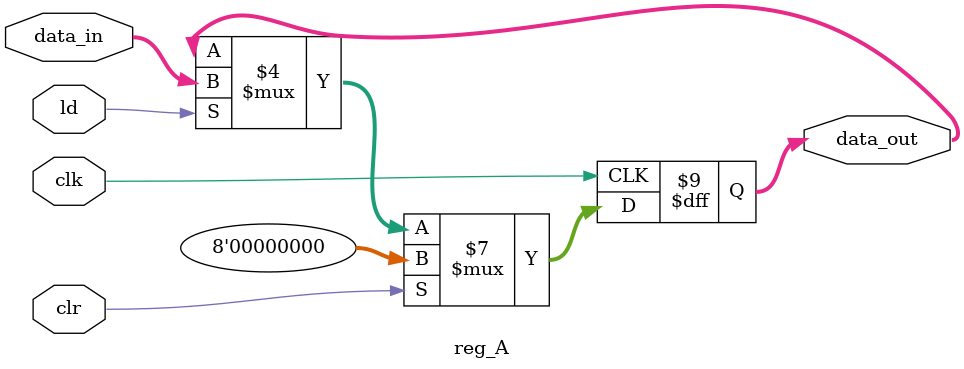
<source format=v>
`timescale 1ns / 1ps
`default_nettype none


module reg_A #(parameter n=8) (
    input wire [n-1:0] data_in,
    input wire clk, 
	input wire clr, 
	input wire ld, 
    output reg [n-1:0] data_out  ); 


    always @(posedge clk)
    begin 
       if (clr == 1'b1)       // asynch clr
          data_out <= 0;
       else if (ld == 1'b1)   // synch load
          data_out <= data_in; 
    end
    
endmodule

`default_nettype wire


</source>
